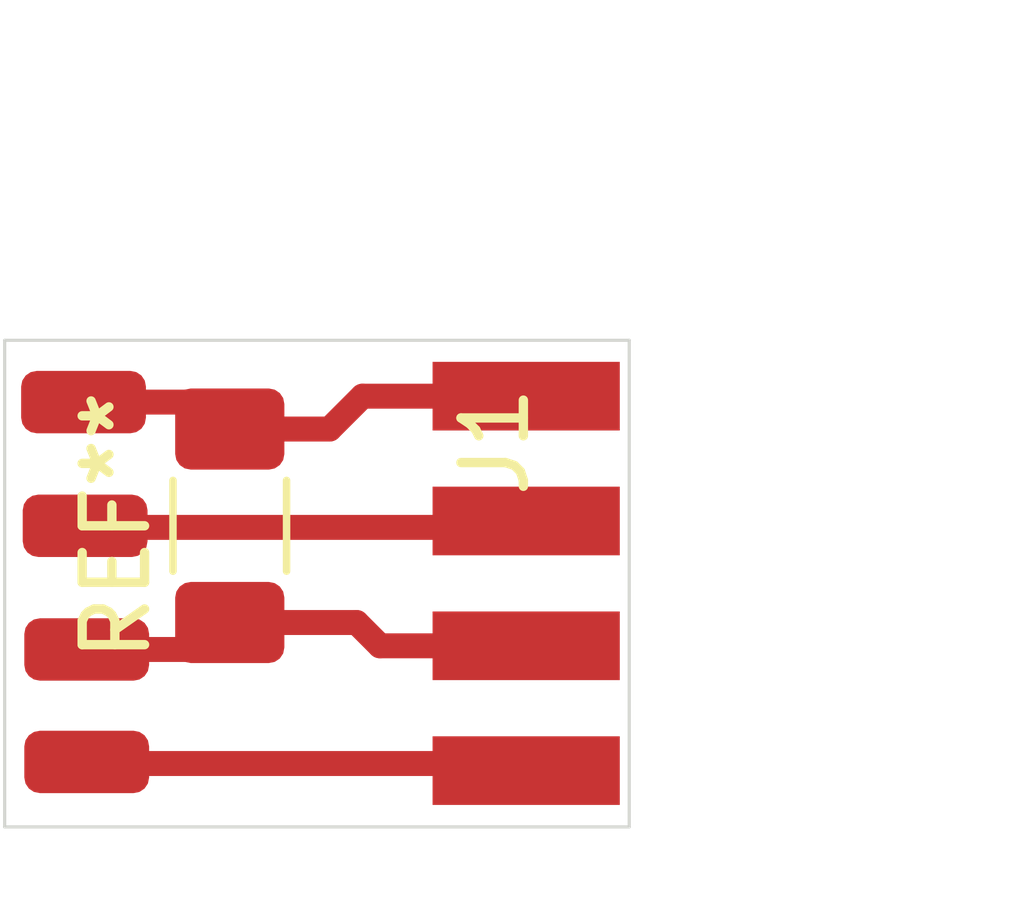
<source format=kicad_pcb>
(kicad_pcb (version 20171130) (host pcbnew "(5.1.10)-1")

  (general
    (thickness 1)
    (drawings 7)
    (tracks 20)
    (zones 0)
    (modules 6)
    (nets 4)
  )

  (page A4)
  (layers
    (0 F.Cu signal)
    (31 B.Cu signal)
    (32 B.Adhes user)
    (33 F.Adhes user)
    (34 B.Paste user)
    (35 F.Paste user)
    (36 B.SilkS user)
    (37 F.SilkS user hide)
    (38 B.Mask user)
    (39 F.Mask user)
    (40 Dwgs.User user)
    (41 Cmts.User user)
    (42 Eco1.User user)
    (43 Eco2.User user)
    (44 Edge.Cuts user)
    (45 Margin user)
    (46 B.CrtYd user)
    (47 F.CrtYd user)
    (48 B.Fab user)
    (49 F.Fab user hide)
  )

  (setup
    (last_trace_width 0.4)
    (user_trace_width 0.4)
    (trace_clearance 0.2)
    (zone_clearance 0.508)
    (zone_45_only no)
    (trace_min 0.2)
    (via_size 0.8)
    (via_drill 0.4)
    (via_min_size 0.4)
    (via_min_drill 0.3)
    (uvia_size 0.3)
    (uvia_drill 0.1)
    (uvias_allowed no)
    (uvia_min_size 0.2)
    (uvia_min_drill 0.1)
    (edge_width 0.05)
    (segment_width 0.2)
    (pcb_text_width 0.3)
    (pcb_text_size 1.5 1.5)
    (mod_edge_width 0.12)
    (mod_text_size 1 1)
    (mod_text_width 0.15)
    (pad_size 1.3 1.75)
    (pad_drill 0)
    (pad_to_mask_clearance 0)
    (aux_axis_origin 0 0)
    (visible_elements 7FFFFFFF)
    (pcbplotparams
      (layerselection 0x00000_7fffffff)
      (usegerberextensions false)
      (usegerberattributes true)
      (usegerberadvancedattributes true)
      (creategerberjobfile true)
      (excludeedgelayer true)
      (linewidth 0.100000)
      (plotframeref false)
      (viasonmask false)
      (mode 1)
      (useauxorigin false)
      (hpglpennumber 1)
      (hpglpenspeed 20)
      (hpglpendiameter 15.000000)
      (psnegative false)
      (psa4output false)
      (plotreference false)
      (plotvalue false)
      (plotinvisibletext false)
      (padsonsilk true)
      (subtractmaskfromsilk false)
      (outputformat 5)
      (mirror true)
      (drillshape 0)
      (scaleselection 1)
      (outputdirectory ""))
  )

  (net 0 "")
  (net 1 "Net-(J1-Pad3)")
  (net 2 "Net-(J1-Pad2)")
  (net 3 "Net-(J1-Pad1)")

  (net_class Default "This is the default net class."
    (clearance 0.2)
    (trace_width 0.25)
    (via_dia 0.8)
    (via_drill 0.4)
    (uvia_dia 0.3)
    (uvia_drill 0.1)
    (add_net "Net-(J1-Pad1)")
    (add_net "Net-(J1-Pad2)")
    (add_net "Net-(J1-Pad3)")
  )

  (module Resistor_SMD:R_1206_3216Metric_Pad1.30x1.75mm_HandSolder (layer F.Cu) (tedit 619A0DDF) (tstamp 619A6EC2)
    (at 25.0698 21.997 90)
    (descr "Resistor SMD 1206 (3216 Metric), square (rectangular) end terminal, IPC_7351 nominal with elongated pad for handsoldering. (Body size source: IPC-SM-782 page 72, https://www.pcb-3d.com/wordpress/wp-content/uploads/ipc-sm-782a_amendment_1_and_2.pdf), generated with kicad-footprint-generator")
    (tags "resistor handsolder")
    (attr smd)
    (fp_text reference REF** (at 0 -1.82 90) (layer F.SilkS)
      (effects (font (size 1 1) (thickness 0.15)))
    )
    (fp_text value R_1206_3216Metric_Pad1.30x1.75mm_HandSolder (at 0 1.82 90) (layer F.Fab)
      (effects (font (size 1 1) (thickness 0.15)))
    )
    (fp_line (start 2.45 1.12) (end -2.45 1.12) (layer F.CrtYd) (width 0.05))
    (fp_line (start 2.45 -1.12) (end 2.45 1.12) (layer F.CrtYd) (width 0.05))
    (fp_line (start -2.45 -1.12) (end 2.45 -1.12) (layer F.CrtYd) (width 0.05))
    (fp_line (start -2.45 1.12) (end -2.45 -1.12) (layer F.CrtYd) (width 0.05))
    (fp_line (start -0.727064 0.91) (end 0.727064 0.91) (layer F.SilkS) (width 0.12))
    (fp_line (start -0.727064 -0.91) (end 0.727064 -0.91) (layer F.SilkS) (width 0.12))
    (fp_line (start 1.6 0.8) (end -1.6 0.8) (layer F.Fab) (width 0.1))
    (fp_line (start 1.6 -0.8) (end 1.6 0.8) (layer F.Fab) (width 0.1))
    (fp_line (start -1.6 -0.8) (end 1.6 -0.8) (layer F.Fab) (width 0.1))
    (fp_line (start -1.6 0.8) (end -1.6 -0.8) (layer F.Fab) (width 0.1))
    (fp_text user %R (at 0 0 90) (layer F.Fab)
      (effects (font (size 0.8 0.8) (thickness 0.12)))
    )
    (pad 2 smd roundrect (at 1.55 0 90) (size 1.3 1.75) (layers F.Cu F.Paste F.Mask) (roundrect_rratio 0.192)
      (net 3 "Net-(J1-Pad1)"))
    (pad 1 smd roundrect (at -1.55 0 90) (size 1.3 1.75) (layers F.Cu F.Paste F.Mask) (roundrect_rratio 0.1923076923076923))
    (model ${KISYS3DMOD}/Resistor_SMD.3dshapes/R_1206_3216Metric.wrl
      (at (xyz 0 0 0))
      (scale (xyz 1 1 1))
      (rotate (xyz 0 0 0))
    )
  )

  (module Connector_Wire:SolderWirePad_1x01_SMD_1x2mm (layer F.Cu) (tedit 61484B86) (tstamp 619A0D66)
    (at 22.7584 25.781 90)
    (descr "Wire Pad, Square, SMD Pad,  5mm x 10mm,")
    (tags "MesurementPoint Square SMDPad 5mmx10mm ")
    (attr virtual)
    (fp_text reference REF** (at 0 -2.54 90) (layer F.SilkS)
      (effects (font (size 1 1) (thickness 0.15)))
    )
    (fp_text value SolderWirePad_1x01_SMD_1x2mm (at 0 2.54 90) (layer F.Fab)
      (effects (font (size 1 1) (thickness 0.15)))
    )
    (fp_line (start -0.63 1.27) (end -0.63 -1.27) (layer F.Fab) (width 0.1))
    (fp_line (start 0.63 1.27) (end -0.63 1.27) (layer F.Fab) (width 0.1))
    (fp_line (start 0.63 -1.27) (end 0.63 1.27) (layer F.Fab) (width 0.1))
    (fp_line (start -0.63 -1.27) (end 0.63 -1.27) (layer F.Fab) (width 0.1))
    (fp_line (start -0.63 -1.27) (end -0.63 1.27) (layer F.CrtYd) (width 0.05))
    (fp_line (start -0.63 1.27) (end 0.63 1.27) (layer F.CrtYd) (width 0.05))
    (fp_line (start 0.63 1.27) (end 0.63 -1.27) (layer F.CrtYd) (width 0.05))
    (fp_line (start 0.63 -1.27) (end -0.63 -1.27) (layer F.CrtYd) (width 0.05))
    (fp_text user %R (at 0 0 90) (layer F.Fab)
      (effects (font (size 1 1) (thickness 0.15)))
    )
    (pad 4 smd roundrect (at 0 0.019 90) (size 1 2) (layers F.Cu F.Paste F.Mask) (roundrect_rratio 0.25)
      (net 1 "Net-(J1-Pad3)"))
  )

  (module Connector_Wire:SolderWirePad_1x01_SMD_1x2mm (layer F.Cu) (tedit 61484B79) (tstamp 6148A854)
    (at 22.7584 20.0152 90)
    (descr "Wire Pad, Square, SMD Pad,  5mm x 10mm,")
    (tags "MesurementPoint Square SMDPad 5mmx10mm ")
    (attr virtual)
    (fp_text reference REF** (at 0 -2.54 90) (layer F.SilkS)
      (effects (font (size 1 1) (thickness 0.15)))
    )
    (fp_text value SolderWirePad_1x01_SMD_1x2mm (at 0 2.54 90) (layer F.Fab)
      (effects (font (size 1 1) (thickness 0.15)))
    )
    (fp_line (start 0.63 -1.27) (end -0.63 -1.27) (layer F.CrtYd) (width 0.05))
    (fp_line (start 0.63 1.27) (end 0.63 -1.27) (layer F.CrtYd) (width 0.05))
    (fp_line (start -0.63 1.27) (end 0.63 1.27) (layer F.CrtYd) (width 0.05))
    (fp_line (start -0.63 -1.27) (end -0.63 1.27) (layer F.CrtYd) (width 0.05))
    (fp_line (start -0.63 -1.27) (end 0.63 -1.27) (layer F.Fab) (width 0.1))
    (fp_line (start 0.63 -1.27) (end 0.63 1.27) (layer F.Fab) (width 0.1))
    (fp_line (start 0.63 1.27) (end -0.63 1.27) (layer F.Fab) (width 0.1))
    (fp_line (start -0.63 1.27) (end -0.63 -1.27) (layer F.Fab) (width 0.1))
    (fp_text user %R (at 0 0 90) (layer F.Fab)
      (effects (font (size 1 1) (thickness 0.15)))
    )
    (pad 1 smd roundrect (at 0 -0.0318 90) (size 1 2) (layers F.Cu F.Paste F.Mask) (roundrect_rratio 0.25)
      (net 3 "Net-(J1-Pad1)"))
  )

  (module Connector_Wire:SolderWirePad_1x01_SMD_1x2mm (layer F.Cu) (tedit 61484B80) (tstamp 6148A83A)
    (at 22.7584 21.997133 90)
    (descr "Wire Pad, Square, SMD Pad,  5mm x 10mm,")
    (tags "MesurementPoint Square SMDPad 5mmx10mm ")
    (attr virtual)
    (fp_text reference REF** (at 0 -2.54 90) (layer F.SilkS)
      (effects (font (size 1 1) (thickness 0.15)))
    )
    (fp_text value SolderWirePad_1x01_SMD_1x2mm (at 0 2.54 90) (layer F.Fab)
      (effects (font (size 1 1) (thickness 0.15)))
    )
    (fp_line (start -0.63 1.27) (end -0.63 -1.27) (layer F.Fab) (width 0.1))
    (fp_line (start 0.63 1.27) (end -0.63 1.27) (layer F.Fab) (width 0.1))
    (fp_line (start 0.63 -1.27) (end 0.63 1.27) (layer F.Fab) (width 0.1))
    (fp_line (start -0.63 -1.27) (end 0.63 -1.27) (layer F.Fab) (width 0.1))
    (fp_line (start -0.63 -1.27) (end -0.63 1.27) (layer F.CrtYd) (width 0.05))
    (fp_line (start -0.63 1.27) (end 0.63 1.27) (layer F.CrtYd) (width 0.05))
    (fp_line (start 0.63 1.27) (end 0.63 -1.27) (layer F.CrtYd) (width 0.05))
    (fp_line (start 0.63 -1.27) (end -0.63 -1.27) (layer F.CrtYd) (width 0.05))
    (fp_text user %R (at 0 0 90) (layer F.Fab)
      (effects (font (size 1 1) (thickness 0.15)))
    )
    (pad 2 smd roundrect (at 0 -0.0064 90) (size 1 2) (layers F.Cu F.Paste F.Mask) (roundrect_rratio 0.25)
      (net 2 "Net-(J1-Pad2)"))
  )

  (module Connector_Wire:SolderWirePad_1x01_SMD_1x2mm (layer F.Cu) (tedit 619A0D14) (tstamp 6148A813)
    (at 22.7584 23.876 90)
    (descr "Wire Pad, Square, SMD Pad,  5mm x 10mm,")
    (tags "MesurementPoint Square SMDPad 5mmx10mm ")
    (attr virtual)
    (fp_text reference REF** (at 0 -2.54 90) (layer F.SilkS)
      (effects (font (size 1 1) (thickness 0.15)))
    )
    (fp_text value SolderWirePad_1x01_SMD_1x2mm (at 0 2.54 90) (layer F.Fab)
      (effects (font (size 1 1) (thickness 0.15)))
    )
    (fp_line (start 0.63 -1.27) (end -0.63 -1.27) (layer F.CrtYd) (width 0.05))
    (fp_line (start 0.63 1.27) (end 0.63 -1.27) (layer F.CrtYd) (width 0.05))
    (fp_line (start -0.63 1.27) (end 0.63 1.27) (layer F.CrtYd) (width 0.05))
    (fp_line (start -0.63 -1.27) (end -0.63 1.27) (layer F.CrtYd) (width 0.05))
    (fp_line (start -0.63 -1.27) (end 0.63 -1.27) (layer F.Fab) (width 0.1))
    (fp_line (start 0.63 -1.27) (end 0.63 1.27) (layer F.Fab) (width 0.1))
    (fp_line (start 0.63 1.27) (end -0.63 1.27) (layer F.Fab) (width 0.1))
    (fp_line (start -0.63 1.27) (end -0.63 -1.27) (layer F.Fab) (width 0.1))
    (fp_text user %R (at 0 0 90) (layer F.Fab)
      (effects (font (size 1 1) (thickness 0.15)))
    )
    (pad 4 smd roundrect (at -0.103066 0.019 90) (size 1 2) (layers F.Cu F.Paste F.Mask) (roundrect_rratio 0.25))
  )

  (module sony-remote-connector:Connector_Sony_Remote (layer F.Cu) (tedit 61484B03) (tstamp 61484A60)
    (at 28.5496 21.9202 270)
    (path /61484BDF)
    (fp_text reference J1 (at -1.27 -0.77 90) (layer F.SilkS)
      (effects (font (size 1 1) (thickness 0.15)))
    )
    (fp_text value Conn_01x03 (at 0 -0.5 90) (layer F.Fab)
      (effects (font (size 1 1) (thickness 0.15)))
    )
    (fp_line (start -2.826861 -3) (end -2.826861 3.81) (layer Dwgs.User) (width 0.12))
    (fp_line (start -2.826861 3.81) (end 4.858369 3.81) (layer Dwgs.User) (width 0.12))
    (fp_line (start 4.858369 3.81) (end 4.858369 -3) (layer Dwgs.User) (width 0.12))
    (fp_line (start 4.858369 -3) (end -2.826861 -3) (layer Dwgs.User) (width 0.12))
    (pad 4 smd rect (at 4 -1.27 270) (size 1.1 3) (layers F.Cu F.Paste F.Mask)
      (net 1 "Net-(J1-Pad3)"))
    (pad 3 smd rect (at 2 -1.27 270) (size 1.1 3) (layers F.Cu F.Paste F.Mask))
    (pad 2 smd rect (at 0 -1.27 270) (size 1.1 3) (layers F.Cu F.Paste F.Mask)
      (net 2 "Net-(J1-Pad2)"))
    (pad 1 smd rect (at -2 -1.27 270) (size 1.1 3) (layers F.Cu F.Paste F.Mask)
      (net 3 "Net-(J1-Pad1)"))
  )

  (dimension 7.7978 (width 0.15) (layer Dwgs.User)
    (gr_text "7,798 mm" (at 36.4536 22.9235 270) (layer Dwgs.User)
      (effects (font (size 1 1) (thickness 0.15)))
    )
    (feature1 (pts (xy 31.4706 26.8224) (xy 35.740021 26.8224)))
    (feature2 (pts (xy 31.4706 19.0246) (xy 35.740021 19.0246)))
    (crossbar (pts (xy 35.1536 19.0246) (xy 35.1536 26.8224)))
    (arrow1a (pts (xy 35.1536 26.8224) (xy 34.567179 25.695896)))
    (arrow1b (pts (xy 35.1536 26.8224) (xy 35.740021 25.695896)))
    (arrow2a (pts (xy 35.1536 19.0246) (xy 34.567179 20.151104)))
    (arrow2b (pts (xy 35.1536 19.0246) (xy 35.740021 20.151104)))
  )
  (dimension 5.5118 (width 0.15) (layer Dwgs.User)
    (gr_text "5,512 mm" (at 28.7147 16.4546) (layer Dwgs.User)
      (effects (font (size 1 1) (thickness 0.15)))
    )
    (feature1 (pts (xy 25.9588 19.0246) (xy 25.9588 17.168179)))
    (feature2 (pts (xy 31.4706 19.0246) (xy 31.4706 17.168179)))
    (crossbar (pts (xy 31.4706 17.7546) (xy 25.9588 17.7546)))
    (arrow1a (pts (xy 25.9588 17.7546) (xy 27.085304 17.168179)))
    (arrow1b (pts (xy 25.9588 17.7546) (xy 27.085304 18.341021)))
    (arrow2a (pts (xy 31.4706 17.7546) (xy 30.344096 17.168179)))
    (arrow2b (pts (xy 31.4706 17.7546) (xy 30.344096 18.341021)))
  )
  (dimension 10.0076 (width 0.15) (layer Dwgs.User)
    (gr_text "10,008 mm" (at 26.4668 14.2702) (layer Dwgs.User)
      (effects (font (size 1 1) (thickness 0.15)))
    )
    (feature1 (pts (xy 31.4706 19.0246) (xy 31.4706 14.983779)))
    (feature2 (pts (xy 21.463 19.0246) (xy 21.463 14.983779)))
    (crossbar (pts (xy 21.463 15.5702) (xy 31.4706 15.5702)))
    (arrow1a (pts (xy 31.4706 15.5702) (xy 30.344096 16.156621)))
    (arrow1b (pts (xy 31.4706 15.5702) (xy 30.344096 14.983779)))
    (arrow2a (pts (xy 21.463 15.5702) (xy 22.589504 16.156621)))
    (arrow2b (pts (xy 21.463 15.5702) (xy 22.589504 14.983779)))
  )
  (gr_line (start 31.4706 19.0246) (end 21.463 19.0246) (layer Edge.Cuts) (width 0.05))
  (gr_line (start 31.4706 26.8224) (end 31.4706 19.0246) (layer Edge.Cuts) (width 0.05))
  (gr_line (start 21.463 26.8224) (end 31.4706 26.8224) (layer Edge.Cuts) (width 0.05))
  (gr_line (start 21.463 19.0246) (end 21.463 26.8224) (layer Edge.Cuts) (width 0.05))

  (segment (start 29.760734 23.979066) (end 29.8196 23.9202) (width 0.4) (layer F.Cu) (net 0))
  (segment (start 29.735334 24.004466) (end 29.8196 23.9202) (width 0.4) (layer F.Cu) (net 0))
  (segment (start 29.8196 23.9202) (end 27.4762 23.9202) (width 0.4) (layer F.Cu) (net 0))
  (segment (start 27.103 23.547) (end 25.0698 23.547) (width 0.4) (layer F.Cu) (net 0))
  (segment (start 27.4762 23.9202) (end 27.103 23.547) (width 0.4) (layer F.Cu) (net 0))
  (segment (start 24.637734 23.979066) (end 25.0698 23.547) (width 0.4) (layer F.Cu) (net 0))
  (segment (start 22.7774 23.979066) (end 24.637734 23.979066) (width 0.4) (layer F.Cu) (net 0))
  (segment (start 29.6804 25.781) (end 29.8196 25.9202) (width 0.4) (layer F.Cu) (net 1))
  (segment (start 29.7058 25.8064) (end 29.8196 25.9202) (width 0.4) (layer F.Cu) (net 1))
  (segment (start 23.7172 25.8064) (end 29.7058 25.8064) (width 0.4) (layer F.Cu) (net 1))
  (segment (start 29.742667 21.997133) (end 29.8196 21.9202) (width 0.4) (layer F.Cu) (net 2))
  (segment (start 29.717267 22.022533) (end 29.8196 21.9202) (width 0.4) (layer F.Cu) (net 2))
  (segment (start 23.6918 22.022533) (end 29.717267 22.022533) (width 0.4) (layer F.Cu) (net 2))
  (segment (start 29.6992 20.0406) (end 29.8196 19.9202) (width 0.4) (layer F.Cu) (net 3))
  (segment (start 29.7246 20.0152) (end 29.8196 19.9202) (width 0.4) (layer F.Cu) (net 3))
  (segment (start 24.638 20.0152) (end 25.0698 20.447) (width 0.4) (layer F.Cu) (net 3))
  (segment (start 22.7266 20.0152) (end 24.638 20.0152) (width 0.4) (layer F.Cu) (net 3))
  (segment (start 25.0698 20.447) (end 26.67 20.447) (width 0.4) (layer F.Cu) (net 3))
  (segment (start 27.1968 19.9202) (end 29.8196 19.9202) (width 0.4) (layer F.Cu) (net 3))
  (segment (start 26.67 20.447) (end 27.1968 19.9202) (width 0.4) (layer F.Cu) (net 3))

)

</source>
